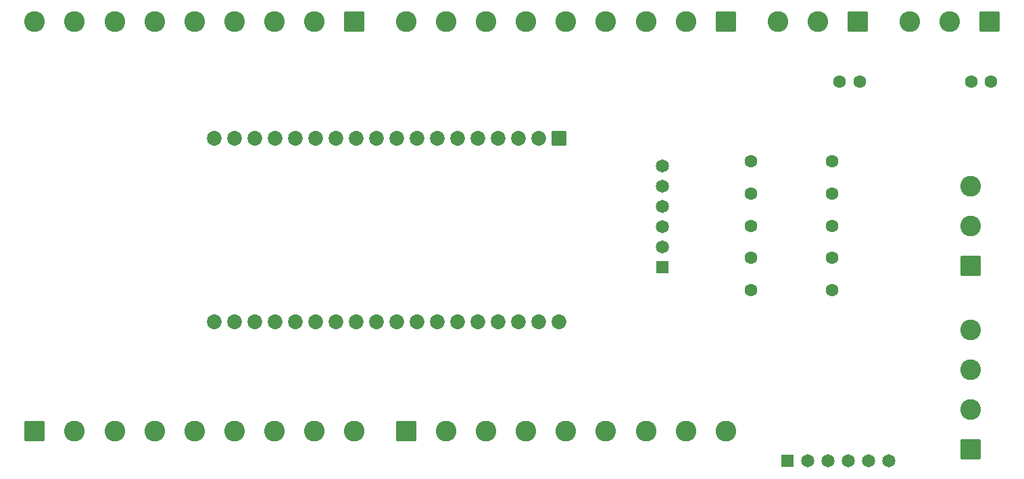
<source format=gbr>
%TF.GenerationSoftware,KiCad,Pcbnew,9.0.2*%
%TF.CreationDate,2025-09-29T03:25:11-03:00*%
%TF.ProjectId,Estacao_ControleIrrigacao,45737461-6361-46f5-9f43-6f6e74726f6c,rev?*%
%TF.SameCoordinates,Original*%
%TF.FileFunction,Soldermask,Top*%
%TF.FilePolarity,Negative*%
%FSLAX46Y46*%
G04 Gerber Fmt 4.6, Leading zero omitted, Abs format (unit mm)*
G04 Created by KiCad (PCBNEW 9.0.2) date 2025-09-29 03:25:11*
%MOMM*%
%LPD*%
G01*
G04 APERTURE LIST*
G04 Aperture macros list*
%AMRoundRect*
0 Rectangle with rounded corners*
0 $1 Rounding radius*
0 $2 $3 $4 $5 $6 $7 $8 $9 X,Y pos of 4 corners*
0 Add a 4 corners polygon primitive as box body*
4,1,4,$2,$3,$4,$5,$6,$7,$8,$9,$2,$3,0*
0 Add four circle primitives for the rounded corners*
1,1,$1+$1,$2,$3*
1,1,$1+$1,$4,$5*
1,1,$1+$1,$6,$7*
1,1,$1+$1,$8,$9*
0 Add four rect primitives between the rounded corners*
20,1,$1+$1,$2,$3,$4,$5,0*
20,1,$1+$1,$4,$5,$6,$7,0*
20,1,$1+$1,$6,$7,$8,$9,0*
20,1,$1+$1,$8,$9,$2,$3,0*%
G04 Aperture macros list end*
%ADD10C,2.600000*%
%ADD11RoundRect,0.250000X-1.050000X-1.050000X1.050000X-1.050000X1.050000X1.050000X-1.050000X1.050000X0*%
%ADD12C,1.854000*%
%ADD13RoundRect,0.102000X-0.825000X0.825000X-0.825000X-0.825000X0.825000X-0.825000X0.825000X0.825000X0*%
%ADD14C,1.650000*%
%ADD15R,1.650000X1.650000*%
%ADD16RoundRect,0.250000X1.050000X-1.050000X1.050000X1.050000X-1.050000X1.050000X-1.050000X-1.050000X0*%
%ADD17RoundRect,0.250000X1.050000X1.050000X-1.050000X1.050000X-1.050000X-1.050000X1.050000X-1.050000X0*%
%ADD18C,1.600000*%
G04 APERTURE END LIST*
D10*
%TO.C,J3*%
X129830000Y-120165000D03*
X124830000Y-120165000D03*
X119830000Y-120165000D03*
X114830000Y-120165000D03*
X109830000Y-120165000D03*
X104830000Y-120165000D03*
X99830000Y-120165000D03*
X94830000Y-120165000D03*
D11*
X89830000Y-120165000D03*
%TD*%
D12*
%TO.C,U1*%
X112322500Y-106497500D03*
X114862500Y-106497500D03*
X117402500Y-106497500D03*
X119942500Y-106497500D03*
X122482500Y-106497500D03*
X125022500Y-106497500D03*
X127562500Y-106497500D03*
X130102500Y-106497500D03*
X132642500Y-106497500D03*
X135182500Y-106497500D03*
X137722500Y-106497500D03*
X140262500Y-106497500D03*
X142802500Y-106497500D03*
X145342500Y-106497500D03*
X147882500Y-106497500D03*
X150422500Y-106497500D03*
X152962500Y-106497500D03*
X155502500Y-106497500D03*
X112322500Y-83477500D03*
X114862500Y-83477500D03*
X117402500Y-83477500D03*
X119942500Y-83477500D03*
X122482500Y-83477500D03*
X125022500Y-83477500D03*
X127562500Y-83477500D03*
X130102500Y-83477500D03*
X132642500Y-83477500D03*
X135182500Y-83477500D03*
X137722500Y-83477500D03*
X140262500Y-83477500D03*
X142802500Y-83477500D03*
X145342500Y-83477500D03*
X147882500Y-83477500D03*
X150422500Y-83477500D03*
X152962500Y-83477500D03*
D13*
X155502500Y-83477500D03*
%TD*%
D14*
%TO.C,J10*%
X196835000Y-123960000D03*
X194295000Y-123960000D03*
X191755000Y-123960000D03*
X189215000Y-123960000D03*
X186675000Y-123960000D03*
D15*
X184135000Y-123960000D03*
%TD*%
D14*
%TO.C,J9*%
X168486250Y-86915000D03*
X168486250Y-89455000D03*
X168486250Y-91995000D03*
X168486250Y-94535000D03*
X168486250Y-97075000D03*
D15*
X168486250Y-99615000D03*
%TD*%
D16*
%TO.C,J7*%
X207055000Y-122500000D03*
D10*
X207055000Y-117500000D03*
X207055000Y-112500000D03*
X207055000Y-107500000D03*
%TD*%
%TO.C,J8*%
X207055000Y-89500000D03*
X207055000Y-94500000D03*
D16*
X207055000Y-99500000D03*
%TD*%
D17*
%TO.C,J5*%
X192920000Y-68835000D03*
D10*
X187920000Y-68835000D03*
X182920000Y-68835000D03*
%TD*%
D18*
%TO.C,C1*%
X193145000Y-76390000D03*
X190645000Y-76390000D03*
%TD*%
%TO.C,R1*%
X189730000Y-102490000D03*
X179570000Y-102490000D03*
%TD*%
%TO.C,R3*%
X179570000Y-90390000D03*
X189730000Y-90390000D03*
%TD*%
D17*
%TO.C,J2*%
X129830000Y-68835000D03*
D10*
X124830000Y-68835000D03*
X119830000Y-68835000D03*
X114830000Y-68835000D03*
X109830000Y-68835000D03*
X104830000Y-68835000D03*
X99830000Y-68835000D03*
X94830000Y-68835000D03*
X89830000Y-68835000D03*
%TD*%
D17*
%TO.C,J1*%
X176375000Y-68835000D03*
D10*
X171375000Y-68835000D03*
X166375000Y-68835000D03*
X161375000Y-68835000D03*
X156375000Y-68835000D03*
X151375000Y-68835000D03*
X146375000Y-68835000D03*
X141375000Y-68835000D03*
X136375000Y-68835000D03*
%TD*%
D11*
%TO.C,J4*%
X136375000Y-120165000D03*
D10*
X141375000Y-120165000D03*
X146375000Y-120165000D03*
X151375000Y-120165000D03*
X156375000Y-120165000D03*
X161375000Y-120165000D03*
X166375000Y-120165000D03*
X171375000Y-120165000D03*
X176375000Y-120165000D03*
%TD*%
D18*
%TO.C,R5*%
X189730000Y-94445000D03*
X179570000Y-94445000D03*
%TD*%
%TO.C,R4*%
X189730000Y-86340000D03*
X179570000Y-86340000D03*
%TD*%
%TO.C,R2*%
X179570000Y-98440000D03*
X189730000Y-98440000D03*
%TD*%
D17*
%TO.C,J6*%
X209420000Y-68835000D03*
D10*
X204420000Y-68835000D03*
X199420000Y-68835000D03*
%TD*%
D18*
%TO.C,C2*%
X207125000Y-76390000D03*
X209625000Y-76390000D03*
%TD*%
M02*

</source>
